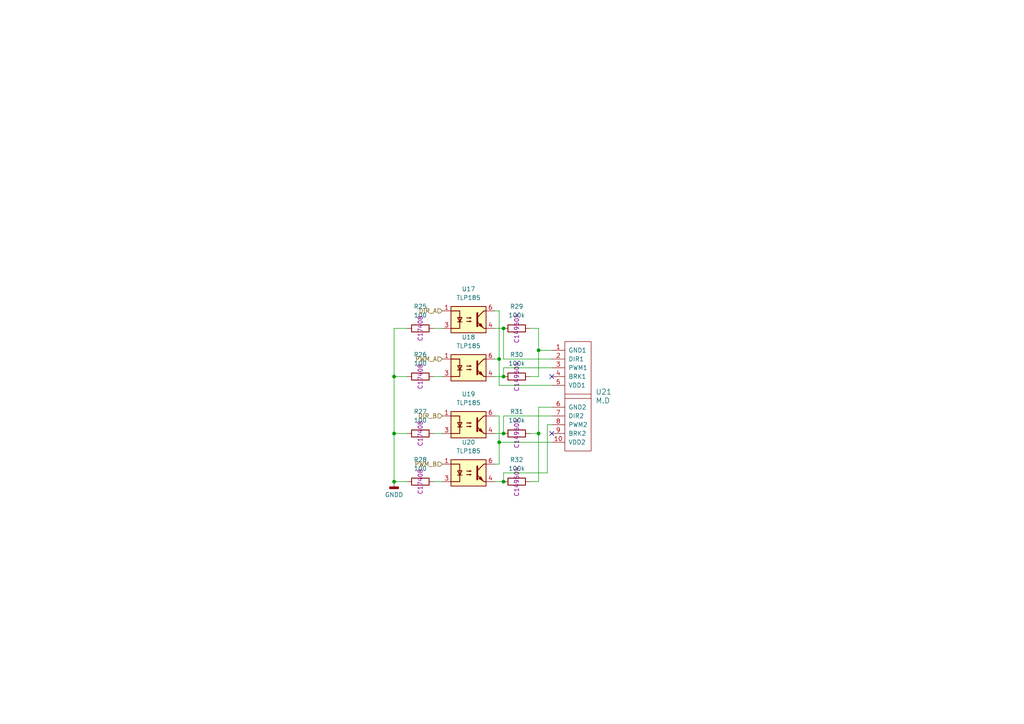
<source format=kicad_sch>
(kicad_sch
	(version 20250114)
	(generator "eeschema")
	(generator_version "9.0")
	(uuid "ed6664f5-858c-4063-b1cb-dd7a828d8b85")
	(paper "A4")
	(lib_symbols
		(symbol "Device:R"
			(pin_numbers
				(hide yes)
			)
			(pin_names
				(offset 0)
			)
			(exclude_from_sim no)
			(in_bom yes)
			(on_board yes)
			(property "Reference" "R"
				(at 2.032 0 90)
				(effects
					(font
						(size 1.27 1.27)
					)
				)
			)
			(property "Value" "R"
				(at 0 0 90)
				(effects
					(font
						(size 1.27 1.27)
					)
				)
			)
			(property "Footprint" ""
				(at -1.778 0 90)
				(effects
					(font
						(size 1.27 1.27)
					)
					(hide yes)
				)
			)
			(property "Datasheet" "~"
				(at 0 0 0)
				(effects
					(font
						(size 1.27 1.27)
					)
					(hide yes)
				)
			)
			(property "Description" "Resistor"
				(at 0 0 0)
				(effects
					(font
						(size 1.27 1.27)
					)
					(hide yes)
				)
			)
			(property "ki_keywords" "R res resistor"
				(at 0 0 0)
				(effects
					(font
						(size 1.27 1.27)
					)
					(hide yes)
				)
			)
			(property "ki_fp_filters" "R_*"
				(at 0 0 0)
				(effects
					(font
						(size 1.27 1.27)
					)
					(hide yes)
				)
			)
			(symbol "R_0_1"
				(rectangle
					(start -1.016 -2.54)
					(end 1.016 2.54)
					(stroke
						(width 0.254)
						(type default)
					)
					(fill
						(type none)
					)
				)
			)
			(symbol "R_1_1"
				(pin passive line
					(at 0 3.81 270)
					(length 1.27)
					(name "~"
						(effects
							(font
								(size 1.27 1.27)
							)
						)
					)
					(number "1"
						(effects
							(font
								(size 1.27 1.27)
							)
						)
					)
				)
				(pin passive line
					(at 0 -3.81 90)
					(length 1.27)
					(name "~"
						(effects
							(font
								(size 1.27 1.27)
							)
						)
					)
					(number "2"
						(effects
							(font
								(size 1.27 1.27)
							)
						)
					)
				)
			)
			(embedded_fonts no)
		)
		(symbol "Isolator:TLP185"
			(exclude_from_sim no)
			(in_bom yes)
			(on_board yes)
			(property "Reference" "U"
				(at -5.08 5.08 0)
				(effects
					(font
						(size 1.27 1.27)
					)
					(justify left)
				)
			)
			(property "Value" "TLP185"
				(at -5.08 -5.08 0)
				(effects
					(font
						(size 1.27 1.27)
					)
					(justify left)
				)
			)
			(property "Footprint" "Package_SO:SOIC-4_4.55x3.7mm_P2.54mm"
				(at 0 -7.62 0)
				(effects
					(font
						(size 1.27 1.27)
						(italic yes)
					)
					(hide yes)
				)
			)
			(property "Datasheet" "https://toshiba.semicon-storage.com/info/docget.jsp?did=11791&prodName=TLP185"
				(at 0 0 0)
				(effects
					(font
						(size 1.27 1.27)
					)
					(justify left)
					(hide yes)
				)
			)
			(property "Description" "DC Optocoupler, Vce 80V, CTR 50-100%, MFSOP6"
				(at 0 0 0)
				(effects
					(font
						(size 1.27 1.27)
					)
					(hide yes)
				)
			)
			(property "ki_keywords" "NPN DC Optocoupler"
				(at 0 0 0)
				(effects
					(font
						(size 1.27 1.27)
					)
					(hide yes)
				)
			)
			(property "ki_fp_filters" "SOIC*4.55x3.7mm*P2.54mm*"
				(at 0 0 0)
				(effects
					(font
						(size 1.27 1.27)
					)
					(hide yes)
				)
			)
			(symbol "TLP185_0_1"
				(rectangle
					(start -5.08 3.81)
					(end 5.08 -3.81)
					(stroke
						(width 0.254)
						(type default)
					)
					(fill
						(type background)
					)
				)
				(polyline
					(pts
						(xy -5.08 -2.54) (xy -2.54 -2.54) (xy -2.54 2.54) (xy -5.08 2.54)
					)
					(stroke
						(width 0.254)
						(type default)
					)
					(fill
						(type none)
					)
				)
				(polyline
					(pts
						(xy -3.175 -0.635) (xy -1.905 -0.635)
					)
					(stroke
						(width 0.254)
						(type default)
					)
					(fill
						(type none)
					)
				)
				(polyline
					(pts
						(xy -2.54 -0.635) (xy -3.175 0.635) (xy -1.905 0.635) (xy -2.54 -0.635)
					)
					(stroke
						(width 0.254)
						(type default)
					)
					(fill
						(type none)
					)
				)
				(polyline
					(pts
						(xy -0.508 0.508) (xy 0.762 0.508) (xy 0.381 0.381) (xy 0.381 0.635) (xy 0.762 0.508)
					)
					(stroke
						(width 0.254)
						(type default)
					)
					(fill
						(type none)
					)
				)
				(polyline
					(pts
						(xy -0.508 -0.508) (xy 0.762 -0.508) (xy 0.381 -0.635) (xy 0.381 -0.381) (xy 0.762 -0.508)
					)
					(stroke
						(width 0.254)
						(type default)
					)
					(fill
						(type none)
					)
				)
				(polyline
					(pts
						(xy 2.54 1.905) (xy 2.54 -1.905) (xy 2.54 -1.905)
					)
					(stroke
						(width 0.508)
						(type default)
					)
					(fill
						(type none)
					)
				)
				(polyline
					(pts
						(xy 3.048 -1.651) (xy 3.556 -1.143) (xy 4.064 -2.159) (xy 3.048 -1.651) (xy 3.048 -1.651)
					)
					(stroke
						(width 0.254)
						(type default)
					)
					(fill
						(type outline)
					)
				)
				(polyline
					(pts
						(xy 5.08 2.54) (xy 4.445 2.54) (xy 2.54 0.635)
					)
					(stroke
						(width 0.254)
						(type default)
					)
					(fill
						(type none)
					)
				)
				(polyline
					(pts
						(xy 5.08 -2.54) (xy 4.445 -2.54) (xy 2.54 -0.635)
					)
					(stroke
						(width 0.254)
						(type default)
					)
					(fill
						(type none)
					)
				)
			)
			(symbol "TLP185_1_1"
				(pin passive line
					(at -7.62 2.54 0)
					(length 2.54)
					(name "~"
						(effects
							(font
								(size 1.27 1.27)
							)
						)
					)
					(number "1"
						(effects
							(font
								(size 1.27 1.27)
							)
						)
					)
				)
				(pin passive line
					(at -7.62 -2.54 0)
					(length 2.54)
					(name "~"
						(effects
							(font
								(size 1.27 1.27)
							)
						)
					)
					(number "3"
						(effects
							(font
								(size 1.27 1.27)
							)
						)
					)
				)
				(pin passive line
					(at 7.62 2.54 180)
					(length 2.54)
					(name "~"
						(effects
							(font
								(size 1.27 1.27)
							)
						)
					)
					(number "6"
						(effects
							(font
								(size 1.27 1.27)
							)
						)
					)
				)
				(pin passive line
					(at 7.62 -2.54 180)
					(length 2.54)
					(name "~"
						(effects
							(font
								(size 1.27 1.27)
							)
						)
					)
					(number "4"
						(effects
							(font
								(size 1.27 1.27)
							)
						)
					)
				)
			)
			(embedded_fonts no)
		)
		(symbol "MD:M.D"
			(pin_names
				(offset 1.016)
			)
			(exclude_from_sim no)
			(in_bom yes)
			(on_board yes)
			(property "Reference" "U"
				(at 0 -22.86 0)
				(effects
					(font
						(size 1.524 1.524)
					)
				)
			)
			(property "Value" "M.D"
				(at 0 11.43 0)
				(effects
					(font
						(size 1.524 1.524)
					)
				)
			)
			(property "Footprint" ""
				(at 0 0 0)
				(effects
					(font
						(size 1.27 1.27)
					)
					(hide yes)
				)
			)
			(property "Datasheet" ""
				(at 0 0 0)
				(effects
					(font
						(size 1.27 1.27)
					)
					(hide yes)
				)
			)
			(property "Description" ""
				(at 0 0 0)
				(effects
					(font
						(size 1.27 1.27)
					)
					(hide yes)
				)
			)
			(symbol "M.D_0_1"
				(rectangle
					(start -3.81 10.16)
					(end 3.81 -21.59)
					(stroke
						(width 0)
						(type solid)
					)
					(fill
						(type none)
					)
				)
				(rectangle
					(start -3.81 -5.08)
					(end 3.81 -5.08)
					(stroke
						(width 0)
						(type solid)
					)
					(fill
						(type none)
					)
				)
				(rectangle
					(start 3.81 -6.35)
					(end -3.81 -6.35)
					(stroke
						(width 0)
						(type solid)
					)
					(fill
						(type none)
					)
				)
			)
			(symbol "M.D_1_1"
				(pin input line
					(at -7.62 7.62 0)
					(length 3.81)
					(name "GND1"
						(effects
							(font
								(size 1.27 1.27)
							)
						)
					)
					(number "1"
						(effects
							(font
								(size 1.27 1.27)
							)
						)
					)
				)
				(pin input line
					(at -7.62 5.08 0)
					(length 3.81)
					(name "DIR1"
						(effects
							(font
								(size 1.27 1.27)
							)
						)
					)
					(number "2"
						(effects
							(font
								(size 1.27 1.27)
							)
						)
					)
				)
				(pin input line
					(at -7.62 2.54 0)
					(length 3.81)
					(name "PWM1"
						(effects
							(font
								(size 1.27 1.27)
							)
						)
					)
					(number "3"
						(effects
							(font
								(size 1.27 1.27)
							)
						)
					)
				)
				(pin input line
					(at -7.62 0 0)
					(length 3.81)
					(name "BRK1"
						(effects
							(font
								(size 1.27 1.27)
							)
						)
					)
					(number "4"
						(effects
							(font
								(size 1.27 1.27)
							)
						)
					)
				)
				(pin input line
					(at -7.62 -2.54 0)
					(length 3.81)
					(name "VDD1"
						(effects
							(font
								(size 1.27 1.27)
							)
						)
					)
					(number "5"
						(effects
							(font
								(size 1.27 1.27)
							)
						)
					)
				)
				(pin input line
					(at -7.62 -8.89 0)
					(length 3.81)
					(name "GND2"
						(effects
							(font
								(size 1.27 1.27)
							)
						)
					)
					(number "6"
						(effects
							(font
								(size 1.27 1.27)
							)
						)
					)
				)
				(pin input line
					(at -7.62 -11.43 0)
					(length 3.81)
					(name "DIR2"
						(effects
							(font
								(size 1.27 1.27)
							)
						)
					)
					(number "7"
						(effects
							(font
								(size 1.27 1.27)
							)
						)
					)
				)
				(pin input line
					(at -7.62 -13.97 0)
					(length 3.81)
					(name "PWM2"
						(effects
							(font
								(size 1.27 1.27)
							)
						)
					)
					(number "8"
						(effects
							(font
								(size 1.27 1.27)
							)
						)
					)
				)
				(pin input line
					(at -7.62 -16.51 0)
					(length 3.81)
					(name "BRK2"
						(effects
							(font
								(size 1.27 1.27)
							)
						)
					)
					(number "9"
						(effects
							(font
								(size 1.27 1.27)
							)
						)
					)
				)
				(pin input line
					(at -7.62 -19.05 0)
					(length 3.81)
					(name "VDD2"
						(effects
							(font
								(size 1.27 1.27)
							)
						)
					)
					(number "10"
						(effects
							(font
								(size 1.27 1.27)
							)
						)
					)
				)
			)
			(embedded_fonts no)
		)
		(symbol "power:GNDD"
			(power)
			(pin_numbers
				(hide yes)
			)
			(pin_names
				(offset 0)
				(hide yes)
			)
			(exclude_from_sim no)
			(in_bom yes)
			(on_board yes)
			(property "Reference" "#PWR"
				(at 0 -6.35 0)
				(effects
					(font
						(size 1.27 1.27)
					)
					(hide yes)
				)
			)
			(property "Value" "GNDD"
				(at 0 -3.175 0)
				(effects
					(font
						(size 1.27 1.27)
					)
				)
			)
			(property "Footprint" ""
				(at 0 0 0)
				(effects
					(font
						(size 1.27 1.27)
					)
					(hide yes)
				)
			)
			(property "Datasheet" ""
				(at 0 0 0)
				(effects
					(font
						(size 1.27 1.27)
					)
					(hide yes)
				)
			)
			(property "Description" "Power symbol creates a global label with name \"GNDD\" , digital ground"
				(at 0 0 0)
				(effects
					(font
						(size 1.27 1.27)
					)
					(hide yes)
				)
			)
			(property "ki_keywords" "global power"
				(at 0 0 0)
				(effects
					(font
						(size 1.27 1.27)
					)
					(hide yes)
				)
			)
			(symbol "GNDD_0_1"
				(rectangle
					(start -1.27 -1.524)
					(end 1.27 -2.032)
					(stroke
						(width 0.254)
						(type default)
					)
					(fill
						(type outline)
					)
				)
				(polyline
					(pts
						(xy 0 0) (xy 0 -1.524)
					)
					(stroke
						(width 0)
						(type default)
					)
					(fill
						(type none)
					)
				)
			)
			(symbol "GNDD_1_1"
				(pin power_in line
					(at 0 0 270)
					(length 0)
					(name "~"
						(effects
							(font
								(size 1.27 1.27)
							)
						)
					)
					(number "1"
						(effects
							(font
								(size 1.27 1.27)
							)
						)
					)
				)
			)
			(embedded_fonts no)
		)
	)
	(junction
		(at 156.21 101.6)
		(diameter 0)
		(color 0 0 0 0)
		(uuid "057f6ad3-d33a-4884-95d7-94960271aa60")
	)
	(junction
		(at 114.3 125.73)
		(diameter 0)
		(color 0 0 0 0)
		(uuid "128d8872-dd3c-4d73-828e-b47d2271dd85")
	)
	(junction
		(at 114.3 109.22)
		(diameter 0)
		(color 0 0 0 0)
		(uuid "1307369e-377b-435c-b865-2455bf21af28")
	)
	(junction
		(at 146.05 139.7)
		(diameter 0)
		(color 0 0 0 0)
		(uuid "394f6836-6924-4a30-b932-9526733bdc51")
	)
	(junction
		(at 146.05 109.22)
		(diameter 0)
		(color 0 0 0 0)
		(uuid "64954d12-8509-4c3d-8a90-9e40f9dd7121")
	)
	(junction
		(at 146.05 95.25)
		(diameter 0)
		(color 0 0 0 0)
		(uuid "6cd2f8b6-f623-489d-b627-80ad72206e1b")
	)
	(junction
		(at 156.21 125.73)
		(diameter 0)
		(color 0 0 0 0)
		(uuid "9464fab7-b493-4f86-9e1f-6532a2dfa2bd")
	)
	(junction
		(at 144.78 128.27)
		(diameter 0)
		(color 0 0 0 0)
		(uuid "ab217cbb-4e32-4892-b783-2927118a484f")
	)
	(junction
		(at 114.3 139.7)
		(diameter 0)
		(color 0 0 0 0)
		(uuid "e444e026-f70f-4f95-b13b-473d45ee9b8c")
	)
	(junction
		(at 146.05 125.73)
		(diameter 0)
		(color 0 0 0 0)
		(uuid "efe82620-3b73-4e68-bbcc-e0e5de461864")
	)
	(junction
		(at 144.78 104.14)
		(diameter 0)
		(color 0 0 0 0)
		(uuid "faf30c8d-0d48-4ff5-a91b-8909cbc5028f")
	)
	(no_connect
		(at 160.02 109.22)
		(uuid "44207801-d20c-4990-93c0-b0466cc85dc4")
	)
	(no_connect
		(at 160.02 125.73)
		(uuid "49355eb2-32fc-402a-ab0b-8f27b729e2f7")
	)
	(wire
		(pts
			(xy 114.3 125.73) (xy 114.3 139.7)
		)
		(stroke
			(width 0)
			(type default)
		)
		(uuid "00c0d2fd-f912-45ee-8e3e-a943bc65f635")
	)
	(wire
		(pts
			(xy 143.51 95.25) (xy 146.05 95.25)
		)
		(stroke
			(width 0)
			(type default)
		)
		(uuid "042573ac-c6b0-4388-9e7d-d05e9d765a54")
	)
	(wire
		(pts
			(xy 160.02 118.11) (xy 156.21 118.11)
		)
		(stroke
			(width 0)
			(type default)
		)
		(uuid "070f58a0-7655-41aa-b1b5-737c64d4753a")
	)
	(wire
		(pts
			(xy 160.02 120.65) (xy 146.05 120.65)
		)
		(stroke
			(width 0)
			(type default)
		)
		(uuid "0bac27e1-05fc-4b1b-84f8-a82e9f1203ce")
	)
	(wire
		(pts
			(xy 160.02 101.6) (xy 156.21 101.6)
		)
		(stroke
			(width 0)
			(type default)
		)
		(uuid "0c1df782-28eb-4a0c-9065-dd21d6b6489d")
	)
	(wire
		(pts
			(xy 160.02 106.68) (xy 146.05 106.68)
		)
		(stroke
			(width 0)
			(type default)
		)
		(uuid "15505d02-81d5-4340-ae58-31870092bc92")
	)
	(wire
		(pts
			(xy 144.78 111.76) (xy 144.78 104.14)
		)
		(stroke
			(width 0)
			(type default)
		)
		(uuid "1856ac06-c49e-4c45-9d77-33c2eff3e09f")
	)
	(wire
		(pts
			(xy 114.3 109.22) (xy 114.3 125.73)
		)
		(stroke
			(width 0)
			(type default)
		)
		(uuid "20ce8365-ec2e-4eae-8079-374e8d7974dc")
	)
	(wire
		(pts
			(xy 118.11 125.73) (xy 114.3 125.73)
		)
		(stroke
			(width 0)
			(type default)
		)
		(uuid "2292f2cd-0b38-4aed-a06a-d576fa505a83")
	)
	(wire
		(pts
			(xy 144.78 128.27) (xy 144.78 134.62)
		)
		(stroke
			(width 0)
			(type default)
		)
		(uuid "24c2c0c7-e99a-4b73-ac4f-7d1dfbe5182c")
	)
	(wire
		(pts
			(xy 153.67 109.22) (xy 156.21 109.22)
		)
		(stroke
			(width 0)
			(type default)
		)
		(uuid "2a92fcf6-c6bf-4fbf-a1bb-8abada0d8e95")
	)
	(wire
		(pts
			(xy 143.51 109.22) (xy 146.05 109.22)
		)
		(stroke
			(width 0)
			(type default)
		)
		(uuid "381b136a-0177-4b76-b044-1bea799f1bbb")
	)
	(wire
		(pts
			(xy 158.75 123.19) (xy 158.75 137.16)
		)
		(stroke
			(width 0)
			(type default)
		)
		(uuid "3a27ed0f-5486-4ce0-971e-d6bf8bccd55e")
	)
	(wire
		(pts
			(xy 143.51 120.65) (xy 144.78 120.65)
		)
		(stroke
			(width 0)
			(type default)
		)
		(uuid "3a8f1c34-5728-4956-a361-5833d4b2e7a7")
	)
	(wire
		(pts
			(xy 153.67 139.7) (xy 156.21 139.7)
		)
		(stroke
			(width 0)
			(type default)
		)
		(uuid "3bd746d4-d11c-4435-86ba-bfbe4217efdb")
	)
	(wire
		(pts
			(xy 143.51 90.17) (xy 144.78 90.17)
		)
		(stroke
			(width 0)
			(type default)
		)
		(uuid "42e9d197-0be9-42f7-a893-152f8eb68637")
	)
	(wire
		(pts
			(xy 114.3 139.7) (xy 118.11 139.7)
		)
		(stroke
			(width 0)
			(type default)
		)
		(uuid "4563e328-317b-4b16-8f22-b0a5f3a39343")
	)
	(wire
		(pts
			(xy 144.78 120.65) (xy 144.78 128.27)
		)
		(stroke
			(width 0)
			(type default)
		)
		(uuid "54fac9f1-0211-4f4d-99f2-2b66164819d4")
	)
	(wire
		(pts
			(xy 118.11 95.25) (xy 114.3 95.25)
		)
		(stroke
			(width 0)
			(type default)
		)
		(uuid "6c3bcd98-d38f-4692-9ae5-41564f991ba7")
	)
	(wire
		(pts
			(xy 143.51 125.73) (xy 146.05 125.73)
		)
		(stroke
			(width 0)
			(type default)
		)
		(uuid "6ca9bdcf-7f95-4301-86a2-1df2b5857ac8")
	)
	(wire
		(pts
			(xy 153.67 95.25) (xy 156.21 95.25)
		)
		(stroke
			(width 0)
			(type default)
		)
		(uuid "6e072017-40e4-48ca-bfc0-44087fe53ed5")
	)
	(wire
		(pts
			(xy 125.73 109.22) (xy 128.27 109.22)
		)
		(stroke
			(width 0)
			(type default)
		)
		(uuid "754f9217-9828-4007-b10a-8f569eeb547c")
	)
	(wire
		(pts
			(xy 143.51 139.7) (xy 146.05 139.7)
		)
		(stroke
			(width 0)
			(type default)
		)
		(uuid "75611bd5-c988-45d7-ae19-8014fcb138bf")
	)
	(wire
		(pts
			(xy 146.05 104.14) (xy 146.05 95.25)
		)
		(stroke
			(width 0)
			(type default)
		)
		(uuid "79b31049-c238-4961-93cd-ddf1fec1ed89")
	)
	(wire
		(pts
			(xy 156.21 101.6) (xy 156.21 109.22)
		)
		(stroke
			(width 0)
			(type default)
		)
		(uuid "7a203ba6-223f-4bbe-832c-46e55e60f6ff")
	)
	(wire
		(pts
			(xy 160.02 111.76) (xy 144.78 111.76)
		)
		(stroke
			(width 0)
			(type default)
		)
		(uuid "7f64a779-631e-4f28-8d95-91f4fbcac041")
	)
	(wire
		(pts
			(xy 146.05 106.68) (xy 146.05 109.22)
		)
		(stroke
			(width 0)
			(type default)
		)
		(uuid "81685eb7-16bc-483f-86a3-e9f6b918110f")
	)
	(wire
		(pts
			(xy 156.21 95.25) (xy 156.21 101.6)
		)
		(stroke
			(width 0)
			(type default)
		)
		(uuid "83f26f8d-db42-4334-b0ef-0b7b0a3a167d")
	)
	(wire
		(pts
			(xy 143.51 104.14) (xy 144.78 104.14)
		)
		(stroke
			(width 0)
			(type default)
		)
		(uuid "8c465b99-858c-4120-872c-fe553878a7f9")
	)
	(wire
		(pts
			(xy 160.02 123.19) (xy 158.75 123.19)
		)
		(stroke
			(width 0)
			(type default)
		)
		(uuid "8e5c90a5-6df7-46f6-8d48-c28e215f7869")
	)
	(wire
		(pts
			(xy 160.02 104.14) (xy 146.05 104.14)
		)
		(stroke
			(width 0)
			(type default)
		)
		(uuid "a5d808a0-1bb2-42c1-8f2d-a8b26ca985ff")
	)
	(wire
		(pts
			(xy 156.21 125.73) (xy 156.21 139.7)
		)
		(stroke
			(width 0)
			(type default)
		)
		(uuid "a698c930-58ef-48fa-9fd6-d59601f535ad")
	)
	(wire
		(pts
			(xy 153.67 125.73) (xy 156.21 125.73)
		)
		(stroke
			(width 0)
			(type default)
		)
		(uuid "a93144a1-01ba-4783-8bb2-cb2fb4502d4d")
	)
	(wire
		(pts
			(xy 125.73 139.7) (xy 128.27 139.7)
		)
		(stroke
			(width 0)
			(type default)
		)
		(uuid "abd48cbc-0ea6-464b-8dc7-4e31159142ac")
	)
	(wire
		(pts
			(xy 160.02 128.27) (xy 144.78 128.27)
		)
		(stroke
			(width 0)
			(type default)
		)
		(uuid "b5c3e02f-5c46-40d1-be0b-4411de15d840")
	)
	(wire
		(pts
			(xy 156.21 118.11) (xy 156.21 125.73)
		)
		(stroke
			(width 0)
			(type default)
		)
		(uuid "ba760a14-e7f7-4af9-8642-3d6d83392b91")
	)
	(wire
		(pts
			(xy 146.05 137.16) (xy 146.05 139.7)
		)
		(stroke
			(width 0)
			(type default)
		)
		(uuid "c8fa2cf5-0a23-451c-a6ea-f5175e49babe")
	)
	(wire
		(pts
			(xy 118.11 109.22) (xy 114.3 109.22)
		)
		(stroke
			(width 0)
			(type default)
		)
		(uuid "cac0bcbd-ef47-41ad-bff4-a776b11005d0")
	)
	(wire
		(pts
			(xy 146.05 120.65) (xy 146.05 125.73)
		)
		(stroke
			(width 0)
			(type default)
		)
		(uuid "cdc4073f-4916-461d-b3d9-59ce274962eb")
	)
	(wire
		(pts
			(xy 114.3 95.25) (xy 114.3 109.22)
		)
		(stroke
			(width 0)
			(type default)
		)
		(uuid "cf933eb4-e3bd-494c-8eac-c2de4b23f967")
	)
	(wire
		(pts
			(xy 144.78 104.14) (xy 144.78 90.17)
		)
		(stroke
			(width 0)
			(type default)
		)
		(uuid "d25323ac-67de-4a95-8010-912411068cf7")
	)
	(wire
		(pts
			(xy 125.73 95.25) (xy 128.27 95.25)
		)
		(stroke
			(width 0)
			(type default)
		)
		(uuid "d824f63c-5c79-4ad8-8f85-07461547e94b")
	)
	(wire
		(pts
			(xy 125.73 125.73) (xy 128.27 125.73)
		)
		(stroke
			(width 0)
			(type default)
		)
		(uuid "dcdcdc39-b088-4fac-b73b-7e135288eafa")
	)
	(wire
		(pts
			(xy 144.78 134.62) (xy 143.51 134.62)
		)
		(stroke
			(width 0)
			(type default)
		)
		(uuid "f955ef24-e306-47c1-8a28-3321d336d726")
	)
	(wire
		(pts
			(xy 158.75 137.16) (xy 146.05 137.16)
		)
		(stroke
			(width 0)
			(type default)
		)
		(uuid "ffa8e093-de91-4de8-b488-2da296b0d2f9")
	)
	(hierarchical_label "PWM_B"
		(shape input)
		(at 128.27 134.62 180)
		(effects
			(font
				(size 1.27 1.27)
			)
			(justify right)
		)
		(uuid "659a3fc1-3c00-4f2f-86f2-ccca9a1c45ca")
	)
	(hierarchical_label "DIR_A"
		(shape input)
		(at 128.27 90.17 180)
		(effects
			(font
				(size 1.27 1.27)
			)
			(justify right)
		)
		(uuid "b577fecf-c6bd-462d-a47c-cb21a0fed31d")
	)
	(hierarchical_label "DIR_B"
		(shape input)
		(at 128.27 120.65 180)
		(effects
			(font
				(size 1.27 1.27)
			)
			(justify right)
		)
		(uuid "bd13a156-5b05-42f7-93b0-0c08a36efd30")
	)
	(hierarchical_label "PWM_A"
		(shape input)
		(at 128.27 104.14 180)
		(effects
			(font
				(size 1.27 1.27)
			)
			(justify right)
		)
		(uuid "d4992d66-bb73-4e40-8fa2-6d19a4bd6e42")
	)
	(symbol
		(lib_id "Isolator:TLP185")
		(at 135.89 123.19 0)
		(unit 1)
		(exclude_from_sim no)
		(in_bom yes)
		(on_board yes)
		(dnp no)
		(fields_autoplaced yes)
		(uuid "0661b720-2b7d-421b-96da-2dc27630bf47")
		(property "Reference" "U5"
			(at 135.89 114.3 0)
			(effects
				(font
					(size 1.27 1.27)
				)
			)
		)
		(property "Value" "TLP185"
			(at 135.89 116.84 0)
			(effects
				(font
					(size 1.27 1.27)
				)
			)
		)
		(property "Footprint" "Package_SO:SO-6_4.4x3.6mm_P1.27mm"
			(at 135.89 130.81 0)
			(effects
				(font
					(size 1.27 1.27)
					(italic yes)
				)
				(hide yes)
			)
		)
		(property "Datasheet" "https://toshiba.semicon-storage.com/info/docget.jsp?did=11791&prodName=TLP185"
			(at 135.89 123.19 0)
			(effects
				(font
					(size 1.27 1.27)
				)
				(justify left)
				(hide yes)
			)
		)
		(property "Description" "DC Optocoupler, Vce 80V, CTR 50-100%, MFSOP6"
			(at 135.89 123.19 0)
			(effects
				(font
					(size 1.27 1.27)
				)
				(hide yes)
			)
		)
		(property "LCSC" ""
			(at 135.89 123.19 0)
			(effects
				(font
					(size 1.27 1.27)
				)
			)
		)
		(pin "6"
			(uuid "ace7daf1-2b78-4b5f-9bae-754450bd5356")
		)
		(pin "4"
			(uuid "e1cc3336-c8ed-4a00-aefa-ba62942dfdec")
		)
		(pin "1"
			(uuid "6869973e-6c72-4fdf-bdbd-1d7a89ef8e45")
		)
		(pin "3"
			(uuid "decb6dfd-1314-49aa-b487-4ab8b5478be5")
		)
		(instances
			(project "2025_MD_mother_f303"
				(path "/94671be5-945f-4e82-9efc-bf403f46bee7/26ddc77f-6e70-49a9-ba90-8540b1270ffd"
					(reference "U19")
					(unit 1)
				)
				(path "/94671be5-945f-4e82-9efc-bf403f46bee7/34a56f0e-417d-4e57-9908-26d924100e94"
					(reference "U9")
					(unit 1)
				)
				(path "/94671be5-945f-4e82-9efc-bf403f46bee7/622df961-1a90-4807-9553-e661657b0faa"
					(reference "U24")
					(unit 1)
				)
				(path "/94671be5-945f-4e82-9efc-bf403f46bee7/a8237a83-ab88-4fa5-9f09-3b694daff9b3"
					(reference "U5")
					(unit 1)
				)
				(path "/94671be5-945f-4e82-9efc-bf403f46bee7/dc76630d-483c-4923-ac28-1d11afc40db1"
					(reference "U14")
					(unit 1)
				)
			)
		)
	)
	(symbol
		(lib_id "Device:R")
		(at 121.92 109.22 90)
		(unit 1)
		(exclude_from_sim no)
		(in_bom yes)
		(on_board yes)
		(dnp no)
		(fields_autoplaced yes)
		(uuid "2699c079-5e32-4ff5-bd77-0cd318dd0644")
		(property "Reference" "R3"
			(at 121.92 102.87 90)
			(effects
				(font
					(size 1.27 1.27)
				)
			)
		)
		(property "Value" "100"
			(at 121.92 105.41 90)
			(effects
				(font
					(size 1.27 1.27)
				)
			)
		)
		(property "Footprint" "Resistor_SMD:R_0805_2012Metric"
			(at 121.92 110.998 90)
			(effects
				(font
					(size 1.27 1.27)
				)
				(hide yes)
			)
		)
		(property "Datasheet" "~"
			(at 121.92 109.22 0)
			(effects
				(font
					(size 1.27 1.27)
				)
				(hide yes)
			)
		)
		(property "Description" "Resistor"
			(at 121.92 109.22 0)
			(effects
				(font
					(size 1.27 1.27)
				)
				(hide yes)
			)
		)
		(property "LCSC" "C17408"
			(at 121.92 109.22 0)
			(effects
				(font
					(size 1.27 1.27)
				)
			)
		)
		(pin "2"
			(uuid "1323689a-0a1f-4a15-a7e3-3407ef69bb81")
		)
		(pin "1"
			(uuid "b1090fba-3a4c-41e2-8d88-a74d053fc549")
		)
		(instances
			(project "2025_MD_mother_f303"
				(path "/94671be5-945f-4e82-9efc-bf403f46bee7/26ddc77f-6e70-49a9-ba90-8540b1270ffd"
					(reference "R26")
					(unit 1)
				)
				(path "/94671be5-945f-4e82-9efc-bf403f46bee7/34a56f0e-417d-4e57-9908-26d924100e94"
					(reference "R10")
					(unit 1)
				)
				(path "/94671be5-945f-4e82-9efc-bf403f46bee7/622df961-1a90-4807-9553-e661657b0faa"
					(reference "R34")
					(unit 1)
				)
				(path "/94671be5-945f-4e82-9efc-bf403f46bee7/a8237a83-ab88-4fa5-9f09-3b694daff9b3"
					(reference "R3")
					(unit 1)
				)
				(path "/94671be5-945f-4e82-9efc-bf403f46bee7/dc76630d-483c-4923-ac28-1d11afc40db1"
					(reference "R18")
					(unit 1)
				)
			)
		)
	)
	(symbol
		(lib_id "Isolator:TLP185")
		(at 135.89 137.16 0)
		(unit 1)
		(exclude_from_sim no)
		(in_bom yes)
		(on_board yes)
		(dnp no)
		(fields_autoplaced yes)
		(uuid "3f2ccc0a-9737-4390-a3cb-0b7aab2d22b0")
		(property "Reference" "U6"
			(at 135.89 128.27 0)
			(effects
				(font
					(size 1.27 1.27)
				)
			)
		)
		(property "Value" "TLP185"
			(at 135.89 130.81 0)
			(effects
				(font
					(size 1.27 1.27)
				)
			)
		)
		(property "Footprint" "Package_SO:SO-6_4.4x3.6mm_P1.27mm"
			(at 135.89 144.78 0)
			(effects
				(font
					(size 1.27 1.27)
					(italic yes)
				)
				(hide yes)
			)
		)
		(property "Datasheet" "https://toshiba.semicon-storage.com/info/docget.jsp?did=11791&prodName=TLP185"
			(at 135.89 137.16 0)
			(effects
				(font
					(size 1.27 1.27)
				)
				(justify left)
				(hide yes)
			)
		)
		(property "Description" "DC Optocoupler, Vce 80V, CTR 50-100%, MFSOP6"
			(at 135.89 137.16 0)
			(effects
				(font
					(size 1.27 1.27)
				)
				(hide yes)
			)
		)
		(property "LCSC" ""
			(at 135.89 137.16 0)
			(effects
				(font
					(size 1.27 1.27)
				)
			)
		)
		(pin "6"
			(uuid "168d72eb-7d34-431d-853d-9ed181f2fdb0")
		)
		(pin "4"
			(uuid "5e30aa27-a5e5-4afc-8470-c4e3ba39f19d")
		)
		(pin "1"
			(uuid "e03215fd-b5d9-423a-8763-655e3af435ea")
		)
		(pin "3"
			(uuid "a88a00ad-7135-4043-885f-3af00b936581")
		)
		(instances
			(project "2025_MD_mother_f303"
				(path "/94671be5-945f-4e82-9efc-bf403f46bee7/26ddc77f-6e70-49a9-ba90-8540b1270ffd"
					(reference "U20")
					(unit 1)
				)
				(path "/94671be5-945f-4e82-9efc-bf403f46bee7/34a56f0e-417d-4e57-9908-26d924100e94"
					(reference "U10")
					(unit 1)
				)
				(path "/94671be5-945f-4e82-9efc-bf403f46bee7/622df961-1a90-4807-9553-e661657b0faa"
					(reference "U25")
					(unit 1)
				)
				(path "/94671be5-945f-4e82-9efc-bf403f46bee7/a8237a83-ab88-4fa5-9f09-3b694daff9b3"
					(reference "U6")
					(unit 1)
				)
				(path "/94671be5-945f-4e82-9efc-bf403f46bee7/dc76630d-483c-4923-ac28-1d11afc40db1"
					(reference "U15")
					(unit 1)
				)
			)
		)
	)
	(symbol
		(lib_id "Device:R")
		(at 121.92 95.25 90)
		(unit 1)
		(exclude_from_sim no)
		(in_bom yes)
		(on_board yes)
		(dnp no)
		(fields_autoplaced yes)
		(uuid "5a20a2ce-167d-426b-b132-6c486dbd2807")
		(property "Reference" "R1"
			(at 121.92 88.9 90)
			(effects
				(font
					(size 1.27 1.27)
				)
			)
		)
		(property "Value" "100"
			(at 121.92 91.44 90)
			(effects
				(font
					(size 1.27 1.27)
				)
			)
		)
		(property "Footprint" "Resistor_SMD:R_0805_2012Metric"
			(at 121.92 97.028 90)
			(effects
				(font
					(size 1.27 1.27)
				)
				(hide yes)
			)
		)
		(property "Datasheet" "~"
			(at 121.92 95.25 0)
			(effects
				(font
					(size 1.27 1.27)
				)
				(hide yes)
			)
		)
		(property "Description" "Resistor"
			(at 121.92 95.25 0)
			(effects
				(font
					(size 1.27 1.27)
				)
				(hide yes)
			)
		)
		(property "LCSC" "C17408"
			(at 121.92 95.25 0)
			(effects
				(font
					(size 1.27 1.27)
				)
			)
		)
		(pin "2"
			(uuid "9b3777fc-7432-4c98-a1b8-d5e8188fb8cc")
		)
		(pin "1"
			(uuid "2e7b4d74-2931-4439-ba05-a0561b4416f0")
		)
		(instances
			(project "2025_MD_mother_f303"
				(path "/94671be5-945f-4e82-9efc-bf403f46bee7/26ddc77f-6e70-49a9-ba90-8540b1270ffd"
					(reference "R25")
					(unit 1)
				)
				(path "/94671be5-945f-4e82-9efc-bf403f46bee7/34a56f0e-417d-4e57-9908-26d924100e94"
					(reference "R9")
					(unit 1)
				)
				(path "/94671be5-945f-4e82-9efc-bf403f46bee7/622df961-1a90-4807-9553-e661657b0faa"
					(reference "R33")
					(unit 1)
				)
				(path "/94671be5-945f-4e82-9efc-bf403f46bee7/a8237a83-ab88-4fa5-9f09-3b694daff9b3"
					(reference "R1")
					(unit 1)
				)
				(path "/94671be5-945f-4e82-9efc-bf403f46bee7/dc76630d-483c-4923-ac28-1d11afc40db1"
					(reference "R17")
					(unit 1)
				)
			)
		)
	)
	(symbol
		(lib_id "Device:R")
		(at 121.92 139.7 90)
		(unit 1)
		(exclude_from_sim no)
		(in_bom yes)
		(on_board yes)
		(dnp no)
		(fields_autoplaced yes)
		(uuid "5eb0c637-db45-42ac-8a31-eb5e70d94546")
		(property "Reference" "R7"
			(at 121.92 133.35 90)
			(effects
				(font
					(size 1.27 1.27)
				)
			)
		)
		(property "Value" "100"
			(at 121.92 135.89 90)
			(effects
				(font
					(size 1.27 1.27)
				)
			)
		)
		(property "Footprint" "Resistor_SMD:R_0805_2012Metric"
			(at 121.92 141.478 90)
			(effects
				(font
					(size 1.27 1.27)
				)
				(hide yes)
			)
		)
		(property "Datasheet" "~"
			(at 121.92 139.7 0)
			(effects
				(font
					(size 1.27 1.27)
				)
				(hide yes)
			)
		)
		(property "Description" "Resistor"
			(at 121.92 139.7 0)
			(effects
				(font
					(size 1.27 1.27)
				)
				(hide yes)
			)
		)
		(property "LCSC" "C17408"
			(at 121.92 139.7 0)
			(effects
				(font
					(size 1.27 1.27)
				)
			)
		)
		(pin "2"
			(uuid "2d2df85b-2b3c-42c0-b4c0-9ac3c9d31e84")
		)
		(pin "1"
			(uuid "dd5a2287-ed87-4187-b3dc-9b01bb4be4bf")
		)
		(instances
			(project "2025_MD_mother_f303"
				(path "/94671be5-945f-4e82-9efc-bf403f46bee7/26ddc77f-6e70-49a9-ba90-8540b1270ffd"
					(reference "R28")
					(unit 1)
				)
				(path "/94671be5-945f-4e82-9efc-bf403f46bee7/34a56f0e-417d-4e57-9908-26d924100e94"
					(reference "R12")
					(unit 1)
				)
				(path "/94671be5-945f-4e82-9efc-bf403f46bee7/622df961-1a90-4807-9553-e661657b0faa"
					(reference "R36")
					(unit 1)
				)
				(path "/94671be5-945f-4e82-9efc-bf403f46bee7/a8237a83-ab88-4fa5-9f09-3b694daff9b3"
					(reference "R7")
					(unit 1)
				)
				(path "/94671be5-945f-4e82-9efc-bf403f46bee7/dc76630d-483c-4923-ac28-1d11afc40db1"
					(reference "R20")
					(unit 1)
				)
			)
		)
	)
	(symbol
		(lib_id "Device:R")
		(at 149.86 125.73 90)
		(unit 1)
		(exclude_from_sim no)
		(in_bom yes)
		(on_board yes)
		(dnp no)
		(fields_autoplaced yes)
		(uuid "6832a61b-b40c-4fab-b5f6-efa69af65976")
		(property "Reference" "R6"
			(at 149.86 119.38 90)
			(effects
				(font
					(size 1.27 1.27)
				)
			)
		)
		(property "Value" "100k"
			(at 149.86 121.92 90)
			(effects
				(font
					(size 1.27 1.27)
				)
			)
		)
		(property "Footprint" "Resistor_SMD:R_0805_2012Metric"
			(at 149.86 127.508 90)
			(effects
				(font
					(size 1.27 1.27)
				)
				(hide yes)
			)
		)
		(property "Datasheet" "~"
			(at 149.86 125.73 0)
			(effects
				(font
					(size 1.27 1.27)
				)
				(hide yes)
			)
		)
		(property "Description" "Resistor"
			(at 149.86 125.73 0)
			(effects
				(font
					(size 1.27 1.27)
				)
				(hide yes)
			)
		)
		(property "LCSC" "C149504"
			(at 149.86 125.73 0)
			(effects
				(font
					(size 1.27 1.27)
				)
			)
		)
		(pin "2"
			(uuid "cc58a438-b16f-4351-b41b-24225439c44d")
		)
		(pin "1"
			(uuid "d700cd75-855c-47ab-a899-afdfa3843adc")
		)
		(instances
			(project "2025_MD_mother_f303"
				(path "/94671be5-945f-4e82-9efc-bf403f46bee7/26ddc77f-6e70-49a9-ba90-8540b1270ffd"
					(reference "R31")
					(unit 1)
				)
				(path "/94671be5-945f-4e82-9efc-bf403f46bee7/34a56f0e-417d-4e57-9908-26d924100e94"
					(reference "R15")
					(unit 1)
				)
				(path "/94671be5-945f-4e82-9efc-bf403f46bee7/622df961-1a90-4807-9553-e661657b0faa"
					(reference "R39")
					(unit 1)
				)
				(path "/94671be5-945f-4e82-9efc-bf403f46bee7/a8237a83-ab88-4fa5-9f09-3b694daff9b3"
					(reference "R6")
					(unit 1)
				)
				(path "/94671be5-945f-4e82-9efc-bf403f46bee7/dc76630d-483c-4923-ac28-1d11afc40db1"
					(reference "R23")
					(unit 1)
				)
			)
		)
	)
	(symbol
		(lib_id "Device:R")
		(at 121.92 125.73 90)
		(unit 1)
		(exclude_from_sim no)
		(in_bom yes)
		(on_board yes)
		(dnp no)
		(fields_autoplaced yes)
		(uuid "69e9247b-c7c4-464f-a70d-982de0a29cf4")
		(property "Reference" "R5"
			(at 121.92 119.38 90)
			(effects
				(font
					(size 1.27 1.27)
				)
			)
		)
		(property "Value" "100"
			(at 121.92 121.92 90)
			(effects
				(font
					(size 1.27 1.27)
				)
			)
		)
		(property "Footprint" "Resistor_SMD:R_0805_2012Metric"
			(at 121.92 127.508 90)
			(effects
				(font
					(size 1.27 1.27)
				)
				(hide yes)
			)
		)
		(property "Datasheet" "~"
			(at 121.92 125.73 0)
			(effects
				(font
					(size 1.27 1.27)
				)
				(hide yes)
			)
		)
		(property "Description" "Resistor"
			(at 121.92 125.73 0)
			(effects
				(font
					(size 1.27 1.27)
				)
				(hide yes)
			)
		)
		(property "LCSC" "C17408"
			(at 121.92 125.73 0)
			(effects
				(font
					(size 1.27 1.27)
				)
			)
		)
		(pin "2"
			(uuid "4cd2d801-12b9-4f09-90fd-2a01cbbc7f39")
		)
		(pin "1"
			(uuid "0ef71a75-8871-40ee-b9e3-89ea63c735e9")
		)
		(instances
			(project "2025_MD_mother_f303"
				(path "/94671be5-945f-4e82-9efc-bf403f46bee7/26ddc77f-6e70-49a9-ba90-8540b1270ffd"
					(reference "R27")
					(unit 1)
				)
				(path "/94671be5-945f-4e82-9efc-bf403f46bee7/34a56f0e-417d-4e57-9908-26d924100e94"
					(reference "R11")
					(unit 1)
				)
				(path "/94671be5-945f-4e82-9efc-bf403f46bee7/622df961-1a90-4807-9553-e661657b0faa"
					(reference "R35")
					(unit 1)
				)
				(path "/94671be5-945f-4e82-9efc-bf403f46bee7/a8237a83-ab88-4fa5-9f09-3b694daff9b3"
					(reference "R5")
					(unit 1)
				)
				(path "/94671be5-945f-4e82-9efc-bf403f46bee7/dc76630d-483c-4923-ac28-1d11afc40db1"
					(reference "R19")
					(unit 1)
				)
			)
		)
	)
	(symbol
		(lib_id "Device:R")
		(at 149.86 95.25 90)
		(unit 1)
		(exclude_from_sim no)
		(in_bom yes)
		(on_board yes)
		(dnp no)
		(fields_autoplaced yes)
		(uuid "7197402c-49a7-423e-95ef-14afba0cd372")
		(property "Reference" "R2"
			(at 149.86 88.9 90)
			(effects
				(font
					(size 1.27 1.27)
				)
			)
		)
		(property "Value" "100k"
			(at 149.86 91.44 90)
			(effects
				(font
					(size 1.27 1.27)
				)
			)
		)
		(property "Footprint" "Resistor_SMD:R_0805_2012Metric"
			(at 149.86 97.028 90)
			(effects
				(font
					(size 1.27 1.27)
				)
				(hide yes)
			)
		)
		(property "Datasheet" "~"
			(at 149.86 95.25 0)
			(effects
				(font
					(size 1.27 1.27)
				)
				(hide yes)
			)
		)
		(property "Description" "Resistor"
			(at 149.86 95.25 0)
			(effects
				(font
					(size 1.27 1.27)
				)
				(hide yes)
			)
		)
		(property "LCSC" "C149504"
			(at 149.86 95.25 0)
			(effects
				(font
					(size 1.27 1.27)
				)
			)
		)
		(pin "2"
			(uuid "231c2a49-82c2-4820-9c12-3e8d0b27ccb6")
		)
		(pin "1"
			(uuid "2cb01cfe-b7b7-42eb-b538-795683f12e41")
		)
		(instances
			(project "2025_MD_mother_f303"
				(path "/94671be5-945f-4e82-9efc-bf403f46bee7/26ddc77f-6e70-49a9-ba90-8540b1270ffd"
					(reference "R29")
					(unit 1)
				)
				(path "/94671be5-945f-4e82-9efc-bf403f46bee7/34a56f0e-417d-4e57-9908-26d924100e94"
					(reference "R13")
					(unit 1)
				)
				(path "/94671be5-945f-4e82-9efc-bf403f46bee7/622df961-1a90-4807-9553-e661657b0faa"
					(reference "R37")
					(unit 1)
				)
				(path "/94671be5-945f-4e82-9efc-bf403f46bee7/a8237a83-ab88-4fa5-9f09-3b694daff9b3"
					(reference "R2")
					(unit 1)
				)
				(path "/94671be5-945f-4e82-9efc-bf403f46bee7/dc76630d-483c-4923-ac28-1d11afc40db1"
					(reference "R21")
					(unit 1)
				)
			)
		)
	)
	(symbol
		(lib_id "Device:R")
		(at 149.86 109.22 90)
		(unit 1)
		(exclude_from_sim no)
		(in_bom yes)
		(on_board yes)
		(dnp no)
		(fields_autoplaced yes)
		(uuid "840d7a37-5e4d-4c77-abcf-f93caf1e081a")
		(property "Reference" "R4"
			(at 149.86 102.87 90)
			(effects
				(font
					(size 1.27 1.27)
				)
			)
		)
		(property "Value" "100k"
			(at 149.86 105.41 90)
			(effects
				(font
					(size 1.27 1.27)
				)
			)
		)
		(property "Footprint" "Resistor_SMD:R_0805_2012Metric"
			(at 149.86 110.998 90)
			(effects
				(font
					(size 1.27 1.27)
				)
				(hide yes)
			)
		)
		(property "Datasheet" "~"
			(at 149.86 109.22 0)
			(effects
				(font
					(size 1.27 1.27)
				)
				(hide yes)
			)
		)
		(property "Description" "Resistor"
			(at 149.86 109.22 0)
			(effects
				(font
					(size 1.27 1.27)
				)
				(hide yes)
			)
		)
		(property "LCSC" "C149504"
			(at 149.86 109.22 0)
			(effects
				(font
					(size 1.27 1.27)
				)
			)
		)
		(pin "2"
			(uuid "2a4ba234-c9f2-4e24-8762-75a1881dbaad")
		)
		(pin "1"
			(uuid "a033f74e-435b-472e-be9c-f8d78624a320")
		)
		(instances
			(project "2025_MD_mother_f303"
				(path "/94671be5-945f-4e82-9efc-bf403f46bee7/26ddc77f-6e70-49a9-ba90-8540b1270ffd"
					(reference "R30")
					(unit 1)
				)
				(path "/94671be5-945f-4e82-9efc-bf403f46bee7/34a56f0e-417d-4e57-9908-26d924100e94"
					(reference "R14")
					(unit 1)
				)
				(path "/94671be5-945f-4e82-9efc-bf403f46bee7/622df961-1a90-4807-9553-e661657b0faa"
					(reference "R38")
					(unit 1)
				)
				(path "/94671be5-945f-4e82-9efc-bf403f46bee7/a8237a83-ab88-4fa5-9f09-3b694daff9b3"
					(reference "R4")
					(unit 1)
				)
				(path "/94671be5-945f-4e82-9efc-bf403f46bee7/dc76630d-483c-4923-ac28-1d11afc40db1"
					(reference "R22")
					(unit 1)
				)
			)
		)
	)
	(symbol
		(lib_id "Device:R")
		(at 149.86 139.7 90)
		(unit 1)
		(exclude_from_sim no)
		(in_bom yes)
		(on_board yes)
		(dnp no)
		(fields_autoplaced yes)
		(uuid "855d0b0d-823c-46bf-86eb-8a0f0f9897bf")
		(property "Reference" "R8"
			(at 149.86 133.35 90)
			(effects
				(font
					(size 1.27 1.27)
				)
			)
		)
		(property "Value" "100k"
			(at 149.86 135.89 90)
			(effects
				(font
					(size 1.27 1.27)
				)
			)
		)
		(property "Footprint" "Resistor_SMD:R_0805_2012Metric"
			(at 149.86 141.478 90)
			(effects
				(font
					(size 1.27 1.27)
				)
				(hide yes)
			)
		)
		(property "Datasheet" "~"
			(at 149.86 139.7 0)
			(effects
				(font
					(size 1.27 1.27)
				)
				(hide yes)
			)
		)
		(property "Description" "Resistor"
			(at 149.86 139.7 0)
			(effects
				(font
					(size 1.27 1.27)
				)
				(hide yes)
			)
		)
		(property "LCSC" "C149504"
			(at 149.86 139.7 0)
			(effects
				(font
					(size 1.27 1.27)
				)
			)
		)
		(pin "2"
			(uuid "95052506-f250-4306-81a2-b0af5e8a5e2d")
		)
		(pin "1"
			(uuid "3d50a4d4-a438-4b5c-9358-fbd427f48961")
		)
		(instances
			(project "2025_MD_mother_f303"
				(path "/94671be5-945f-4e82-9efc-bf403f46bee7/26ddc77f-6e70-49a9-ba90-8540b1270ffd"
					(reference "R32")
					(unit 1)
				)
				(path "/94671be5-945f-4e82-9efc-bf403f46bee7/34a56f0e-417d-4e57-9908-26d924100e94"
					(reference "R16")
					(unit 1)
				)
				(path "/94671be5-945f-4e82-9efc-bf403f46bee7/622df961-1a90-4807-9553-e661657b0faa"
					(reference "R40")
					(unit 1)
				)
				(path "/94671be5-945f-4e82-9efc-bf403f46bee7/a8237a83-ab88-4fa5-9f09-3b694daff9b3"
					(reference "R8")
					(unit 1)
				)
				(path "/94671be5-945f-4e82-9efc-bf403f46bee7/dc76630d-483c-4923-ac28-1d11afc40db1"
					(reference "R24")
					(unit 1)
				)
			)
		)
	)
	(symbol
		(lib_id "MD:M.D")
		(at 167.64 109.22 0)
		(unit 1)
		(exclude_from_sim no)
		(in_bom yes)
		(on_board yes)
		(dnp no)
		(fields_autoplaced yes)
		(uuid "bb889d18-8aa2-4faa-ac62-466d2f332a82")
		(property "Reference" "U3"
			(at 172.72 113.6649 0)
			(effects
				(font
					(size 1.524 1.524)
				)
				(justify left)
			)
		)
		(property "Value" "M.D"
			(at 172.72 116.2049 0)
			(effects
				(font
					(size 1.524 1.524)
				)
				(justify left)
			)
		)
		(property "Footprint" "MD:MD"
			(at 167.64 109.22 0)
			(effects
				(font
					(size 1.27 1.27)
				)
				(hide yes)
			)
		)
		(property "Datasheet" ""
			(at 167.64 109.22 0)
			(effects
				(font
					(size 1.27 1.27)
				)
				(hide yes)
			)
		)
		(property "Description" ""
			(at 167.64 109.22 0)
			(effects
				(font
					(size 1.27 1.27)
				)
				(hide yes)
			)
		)
		(property "LCSC" ""
			(at 167.64 109.22 0)
			(effects
				(font
					(size 1.27 1.27)
				)
			)
		)
		(pin "4"
			(uuid "dcd75dfc-9848-4fed-a80e-1b1420237525")
		)
		(pin "2"
			(uuid "754d8714-da85-437f-9e6a-fabfaf84423f")
		)
		(pin "5"
			(uuid "a2f5a89d-8193-44bc-bd93-2639bdb7d33e")
		)
		(pin "6"
			(uuid "16663563-b8b3-48f4-9db9-d4f3f32f4ae5")
		)
		(pin "7"
			(uuid "6ece0640-d0d1-426e-b777-677c8d4dee89")
		)
		(pin "8"
			(uuid "12ec4591-30b6-451b-9539-54b2baff567a")
		)
		(pin "9"
			(uuid "e47946fd-b481-4624-a9b5-e598df08ac30")
		)
		(pin "1"
			(uuid "2572a6e2-886a-4b5e-825a-ed9f6e0d6f9d")
		)
		(pin "3"
			(uuid "678fc3f1-02a7-4dd8-9dd5-2675dc57f199")
		)
		(pin "10"
			(uuid "6f4cecd0-b139-4022-a792-96506ca11df1")
		)
		(instances
			(project "2025_MD_mother_f303"
				(path "/94671be5-945f-4e82-9efc-bf403f46bee7/26ddc77f-6e70-49a9-ba90-8540b1270ffd"
					(reference "U21")
					(unit 1)
				)
				(path "/94671be5-945f-4e82-9efc-bf403f46bee7/34a56f0e-417d-4e57-9908-26d924100e94"
					(reference "U11")
					(unit 1)
				)
				(path "/94671be5-945f-4e82-9efc-bf403f46bee7/622df961-1a90-4807-9553-e661657b0faa"
					(reference "U26")
					(unit 1)
				)
				(path "/94671be5-945f-4e82-9efc-bf403f46bee7/a8237a83-ab88-4fa5-9f09-3b694daff9b3"
					(reference "U3")
					(unit 1)
				)
				(path "/94671be5-945f-4e82-9efc-bf403f46bee7/dc76630d-483c-4923-ac28-1d11afc40db1"
					(reference "U16")
					(unit 1)
				)
			)
		)
	)
	(symbol
		(lib_id "Isolator:TLP185")
		(at 135.89 106.68 0)
		(unit 1)
		(exclude_from_sim no)
		(in_bom yes)
		(on_board yes)
		(dnp no)
		(fields_autoplaced yes)
		(uuid "d1c4b4c3-89c1-425e-ab7e-d7f6348f42dd")
		(property "Reference" "U4"
			(at 135.89 97.79 0)
			(effects
				(font
					(size 1.27 1.27)
				)
			)
		)
		(property "Value" "TLP185"
			(at 135.89 100.33 0)
			(effects
				(font
					(size 1.27 1.27)
				)
			)
		)
		(property "Footprint" "Package_SO:SO-6_4.4x3.6mm_P1.27mm"
			(at 135.89 114.3 0)
			(effects
				(font
					(size 1.27 1.27)
					(italic yes)
				)
				(hide yes)
			)
		)
		(property "Datasheet" "https://toshiba.semicon-storage.com/info/docget.jsp?did=11791&prodName=TLP185"
			(at 135.89 106.68 0)
			(effects
				(font
					(size 1.27 1.27)
				)
				(justify left)
				(hide yes)
			)
		)
		(property "Description" "DC Optocoupler, Vce 80V, CTR 50-100%, MFSOP6"
			(at 135.89 106.68 0)
			(effects
				(font
					(size 1.27 1.27)
				)
				(hide yes)
			)
		)
		(property "LCSC" ""
			(at 135.89 106.68 0)
			(effects
				(font
					(size 1.27 1.27)
				)
			)
		)
		(pin "6"
			(uuid "408c6115-0d5d-4c15-b59a-b45503921c8b")
		)
		(pin "4"
			(uuid "588c6ad8-9499-4fd2-964b-314f96c47baf")
		)
		(pin "1"
			(uuid "49f5419d-6749-4b2c-8c7b-379ea8f198b9")
		)
		(pin "3"
			(uuid "5c6f0d0c-df55-4829-91e2-0b6446c49aa8")
		)
		(instances
			(project "2025_MD_mother_f303"
				(path "/94671be5-945f-4e82-9efc-bf403f46bee7/26ddc77f-6e70-49a9-ba90-8540b1270ffd"
					(reference "U18")
					(unit 1)
				)
				(path "/94671be5-945f-4e82-9efc-bf403f46bee7/34a56f0e-417d-4e57-9908-26d924100e94"
					(reference "U8")
					(unit 1)
				)
				(path "/94671be5-945f-4e82-9efc-bf403f46bee7/622df961-1a90-4807-9553-e661657b0faa"
					(reference "U23")
					(unit 1)
				)
				(path "/94671be5-945f-4e82-9efc-bf403f46bee7/a8237a83-ab88-4fa5-9f09-3b694daff9b3"
					(reference "U4")
					(unit 1)
				)
				(path "/94671be5-945f-4e82-9efc-bf403f46bee7/dc76630d-483c-4923-ac28-1d11afc40db1"
					(reference "U13")
					(unit 1)
				)
			)
		)
	)
	(symbol
		(lib_id "Isolator:TLP185")
		(at 135.89 92.71 0)
		(unit 1)
		(exclude_from_sim no)
		(in_bom yes)
		(on_board yes)
		(dnp no)
		(fields_autoplaced yes)
		(uuid "e729b894-01c0-4215-ab57-06e9a5af66e6")
		(property "Reference" "U2"
			(at 135.89 83.82 0)
			(effects
				(font
					(size 1.27 1.27)
				)
			)
		)
		(property "Value" "TLP185"
			(at 135.89 86.36 0)
			(effects
				(font
					(size 1.27 1.27)
				)
			)
		)
		(property "Footprint" "Package_SO:SO-6_4.4x3.6mm_P1.27mm"
			(at 135.89 100.33 0)
			(effects
				(font
					(size 1.27 1.27)
					(italic yes)
				)
				(hide yes)
			)
		)
		(property "Datasheet" "https://toshiba.semicon-storage.com/info/docget.jsp?did=11791&prodName=TLP185"
			(at 135.89 92.71 0)
			(effects
				(font
					(size 1.27 1.27)
				)
				(justify left)
				(hide yes)
			)
		)
		(property "Description" "DC Optocoupler, Vce 80V, CTR 50-100%, MFSOP6"
			(at 135.89 92.71 0)
			(effects
				(font
					(size 1.27 1.27)
				)
				(hide yes)
			)
		)
		(property "LCSC" ""
			(at 135.89 92.71 0)
			(effects
				(font
					(size 1.27 1.27)
				)
			)
		)
		(pin "6"
			(uuid "b32aa92e-96db-403d-abc5-bc1a42609b7b")
		)
		(pin "4"
			(uuid "0d93877e-0753-4f75-8e48-29ff333f69f5")
		)
		(pin "1"
			(uuid "dedb64a4-7f02-4441-8295-d18adde02289")
		)
		(pin "3"
			(uuid "9cce3d7d-faf0-4dea-b410-ab1df242e1bc")
		)
		(instances
			(project "2025_MD_mother_f303"
				(path "/94671be5-945f-4e82-9efc-bf403f46bee7/26ddc77f-6e70-49a9-ba90-8540b1270ffd"
					(reference "U17")
					(unit 1)
				)
				(path "/94671be5-945f-4e82-9efc-bf403f46bee7/34a56f0e-417d-4e57-9908-26d924100e94"
					(reference "U7")
					(unit 1)
				)
				(path "/94671be5-945f-4e82-9efc-bf403f46bee7/622df961-1a90-4807-9553-e661657b0faa"
					(reference "U22")
					(unit 1)
				)
				(path "/94671be5-945f-4e82-9efc-bf403f46bee7/a8237a83-ab88-4fa5-9f09-3b694daff9b3"
					(reference "U2")
					(unit 1)
				)
				(path "/94671be5-945f-4e82-9efc-bf403f46bee7/dc76630d-483c-4923-ac28-1d11afc40db1"
					(reference "U12")
					(unit 1)
				)
			)
		)
	)
	(symbol
		(lib_id "power:GNDD")
		(at 114.3 139.7 0)
		(unit 1)
		(exclude_from_sim no)
		(in_bom yes)
		(on_board yes)
		(dnp no)
		(fields_autoplaced yes)
		(uuid "edf2b3f2-17d0-45ff-9725-2124a970787d")
		(property "Reference" "#PWR01"
			(at 114.3 146.05 0)
			(effects
				(font
					(size 1.27 1.27)
				)
				(hide yes)
			)
		)
		(property "Value" "GNDD"
			(at 114.3 143.51 0)
			(effects
				(font
					(size 1.27 1.27)
				)
			)
		)
		(property "Footprint" ""
			(at 114.3 139.7 0)
			(effects
				(font
					(size 1.27 1.27)
				)
				(hide yes)
			)
		)
		(property "Datasheet" ""
			(at 114.3 139.7 0)
			(effects
				(font
					(size 1.27 1.27)
				)
				(hide yes)
			)
		)
		(property "Description" "Power symbol creates a global label with name \"GNDD\" , digital ground"
			(at 114.3 139.7 0)
			(effects
				(font
					(size 1.27 1.27)
				)
				(hide yes)
			)
		)
		(pin "1"
			(uuid "71c018c0-3b3c-4758-9203-c42097f2c705")
		)
		(instances
			(project "2025_MD_mother_f303"
				(path "/94671be5-945f-4e82-9efc-bf403f46bee7/26ddc77f-6e70-49a9-ba90-8540b1270ffd"
					(reference "#PWR04")
					(unit 1)
				)
				(path "/94671be5-945f-4e82-9efc-bf403f46bee7/34a56f0e-417d-4e57-9908-26d924100e94"
					(reference "#PWR02")
					(unit 1)
				)
				(path "/94671be5-945f-4e82-9efc-bf403f46bee7/622df961-1a90-4807-9553-e661657b0faa"
					(reference "#PWR05")
					(unit 1)
				)
				(path "/94671be5-945f-4e82-9efc-bf403f46bee7/a8237a83-ab88-4fa5-9f09-3b694daff9b3"
					(reference "#PWR01")
					(unit 1)
				)
				(path "/94671be5-945f-4e82-9efc-bf403f46bee7/dc76630d-483c-4923-ac28-1d11afc40db1"
					(reference "#PWR03")
					(unit 1)
				)
			)
		)
	)
)

</source>
